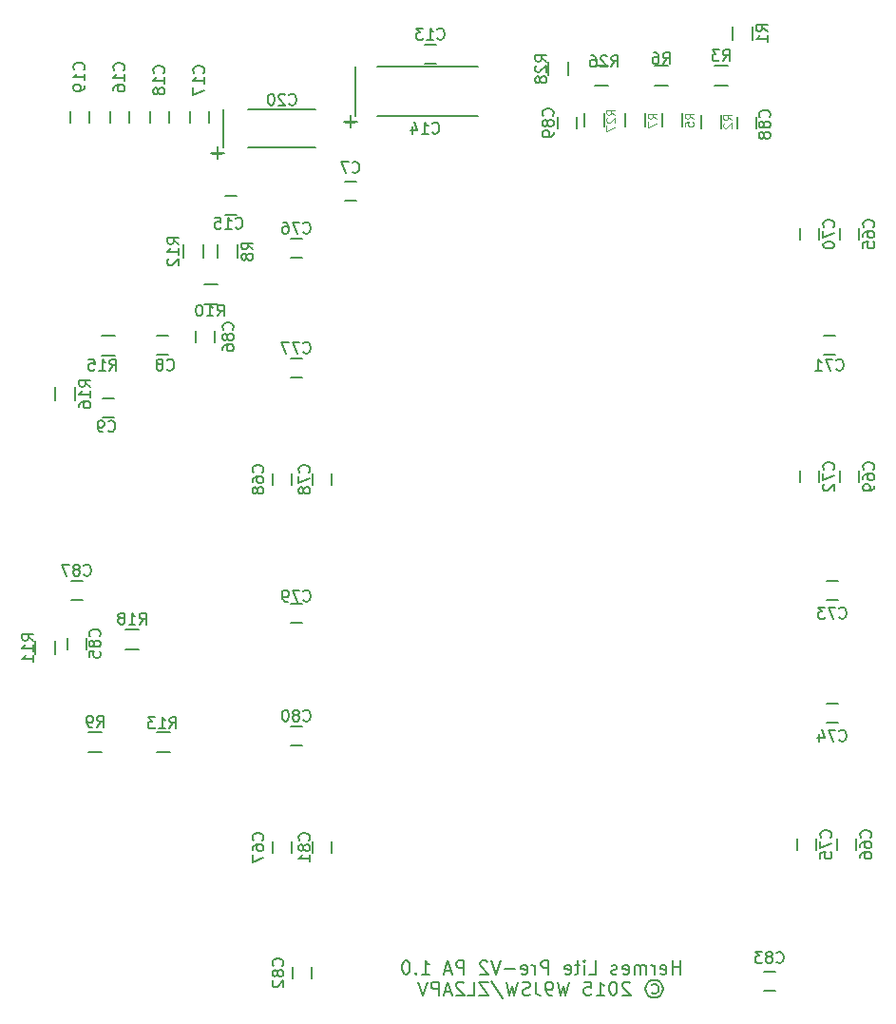
<source format=gbo>
%FSLAX46Y46*%
G04 Gerber Fmt 4.6, Leading zero omitted, Abs format (unit mm)*
G04 Created by KiCad (PCBNEW (2014-10-27 BZR 5228)-product) date 07/09/2015 07:41:15*
%MOMM*%
G01*
G04 APERTURE LIST*
%ADD10C,0.100000*%
%ADD11C,0.200000*%
%ADD12C,0.150000*%
G04 APERTURE END LIST*
D10*
D11*
X175664857Y-127872857D02*
X175664857Y-126672857D01*
X175664857Y-127244286D02*
X174979142Y-127244286D01*
X174979142Y-127872857D02*
X174979142Y-126672857D01*
X173950571Y-127815714D02*
X174064857Y-127872857D01*
X174293428Y-127872857D01*
X174407714Y-127815714D01*
X174464857Y-127701429D01*
X174464857Y-127244286D01*
X174407714Y-127130000D01*
X174293428Y-127072857D01*
X174064857Y-127072857D01*
X173950571Y-127130000D01*
X173893428Y-127244286D01*
X173893428Y-127358571D01*
X174464857Y-127472857D01*
X173379143Y-127872857D02*
X173379143Y-127072857D01*
X173379143Y-127301429D02*
X173322000Y-127187143D01*
X173264857Y-127130000D01*
X173150571Y-127072857D01*
X173036286Y-127072857D01*
X172636286Y-127872857D02*
X172636286Y-127072857D01*
X172636286Y-127187143D02*
X172579143Y-127130000D01*
X172464857Y-127072857D01*
X172293429Y-127072857D01*
X172179143Y-127130000D01*
X172122000Y-127244286D01*
X172122000Y-127872857D01*
X172122000Y-127244286D02*
X172064857Y-127130000D01*
X171950571Y-127072857D01*
X171779143Y-127072857D01*
X171664857Y-127130000D01*
X171607714Y-127244286D01*
X171607714Y-127872857D01*
X170579143Y-127815714D02*
X170693429Y-127872857D01*
X170922000Y-127872857D01*
X171036286Y-127815714D01*
X171093429Y-127701429D01*
X171093429Y-127244286D01*
X171036286Y-127130000D01*
X170922000Y-127072857D01*
X170693429Y-127072857D01*
X170579143Y-127130000D01*
X170522000Y-127244286D01*
X170522000Y-127358571D01*
X171093429Y-127472857D01*
X170064858Y-127815714D02*
X169950572Y-127872857D01*
X169722000Y-127872857D01*
X169607715Y-127815714D01*
X169550572Y-127701429D01*
X169550572Y-127644286D01*
X169607715Y-127530000D01*
X169722000Y-127472857D01*
X169893429Y-127472857D01*
X170007715Y-127415714D01*
X170064858Y-127301429D01*
X170064858Y-127244286D01*
X170007715Y-127130000D01*
X169893429Y-127072857D01*
X169722000Y-127072857D01*
X169607715Y-127130000D01*
X167550571Y-127872857D02*
X168122000Y-127872857D01*
X168122000Y-126672857D01*
X167150571Y-127872857D02*
X167150571Y-127072857D01*
X167150571Y-126672857D02*
X167207714Y-126730000D01*
X167150571Y-126787143D01*
X167093428Y-126730000D01*
X167150571Y-126672857D01*
X167150571Y-126787143D01*
X166750570Y-127072857D02*
X166293427Y-127072857D01*
X166579142Y-126672857D02*
X166579142Y-127701429D01*
X166521999Y-127815714D01*
X166407713Y-127872857D01*
X166293427Y-127872857D01*
X165436285Y-127815714D02*
X165550571Y-127872857D01*
X165779142Y-127872857D01*
X165893428Y-127815714D01*
X165950571Y-127701429D01*
X165950571Y-127244286D01*
X165893428Y-127130000D01*
X165779142Y-127072857D01*
X165550571Y-127072857D01*
X165436285Y-127130000D01*
X165379142Y-127244286D01*
X165379142Y-127358571D01*
X165950571Y-127472857D01*
X163950571Y-127872857D02*
X163950571Y-126672857D01*
X163493428Y-126672857D01*
X163379142Y-126730000D01*
X163321999Y-126787143D01*
X163264856Y-126901429D01*
X163264856Y-127072857D01*
X163321999Y-127187143D01*
X163379142Y-127244286D01*
X163493428Y-127301429D01*
X163950571Y-127301429D01*
X162750571Y-127872857D02*
X162750571Y-127072857D01*
X162750571Y-127301429D02*
X162693428Y-127187143D01*
X162636285Y-127130000D01*
X162521999Y-127072857D01*
X162407714Y-127072857D01*
X161550571Y-127815714D02*
X161664857Y-127872857D01*
X161893428Y-127872857D01*
X162007714Y-127815714D01*
X162064857Y-127701429D01*
X162064857Y-127244286D01*
X162007714Y-127130000D01*
X161893428Y-127072857D01*
X161664857Y-127072857D01*
X161550571Y-127130000D01*
X161493428Y-127244286D01*
X161493428Y-127358571D01*
X162064857Y-127472857D01*
X160979143Y-127415714D02*
X160064857Y-127415714D01*
X159664857Y-126672857D02*
X159264857Y-127872857D01*
X158864857Y-126672857D01*
X158522001Y-126787143D02*
X158464858Y-126730000D01*
X158350572Y-126672857D01*
X158064858Y-126672857D01*
X157950572Y-126730000D01*
X157893429Y-126787143D01*
X157836286Y-126901429D01*
X157836286Y-127015714D01*
X157893429Y-127187143D01*
X158579143Y-127872857D01*
X157836286Y-127872857D01*
X156407715Y-127872857D02*
X156407715Y-126672857D01*
X155950572Y-126672857D01*
X155836286Y-126730000D01*
X155779143Y-126787143D01*
X155722000Y-126901429D01*
X155722000Y-127072857D01*
X155779143Y-127187143D01*
X155836286Y-127244286D01*
X155950572Y-127301429D01*
X156407715Y-127301429D01*
X155264858Y-127530000D02*
X154693429Y-127530000D01*
X155379143Y-127872857D02*
X154979143Y-126672857D01*
X154579143Y-127872857D01*
X152636286Y-127872857D02*
X153322001Y-127872857D01*
X152979143Y-127872857D02*
X152979143Y-126672857D01*
X153093429Y-126844286D01*
X153207715Y-126958571D01*
X153322001Y-127015714D01*
X152122001Y-127758571D02*
X152064858Y-127815714D01*
X152122001Y-127872857D01*
X152179144Y-127815714D01*
X152122001Y-127758571D01*
X152122001Y-127872857D01*
X151322000Y-126672857D02*
X151207715Y-126672857D01*
X151093429Y-126730000D01*
X151036286Y-126787143D01*
X150979143Y-126901429D01*
X150922000Y-127130000D01*
X150922000Y-127415714D01*
X150979143Y-127644286D01*
X151036286Y-127758571D01*
X151093429Y-127815714D01*
X151207715Y-127872857D01*
X151322000Y-127872857D01*
X151436286Y-127815714D01*
X151493429Y-127758571D01*
X151550572Y-127644286D01*
X151607715Y-127415714D01*
X151607715Y-127130000D01*
X151550572Y-126901429D01*
X151493429Y-126787143D01*
X151436286Y-126730000D01*
X151322000Y-126672857D01*
X173150571Y-128838571D02*
X173264857Y-128781429D01*
X173493428Y-128781429D01*
X173607714Y-128838571D01*
X173722000Y-128952857D01*
X173779143Y-129067143D01*
X173779143Y-129295714D01*
X173722000Y-129410000D01*
X173607714Y-129524286D01*
X173493428Y-129581429D01*
X173264857Y-129581429D01*
X173150571Y-129524286D01*
X173379143Y-128381429D02*
X173664857Y-128438571D01*
X173950571Y-128610000D01*
X174122000Y-128895714D01*
X174179143Y-129181429D01*
X174122000Y-129467143D01*
X173950571Y-129752857D01*
X173664857Y-129924286D01*
X173379143Y-129981429D01*
X173093428Y-129924286D01*
X172807714Y-129752857D01*
X172636285Y-129467143D01*
X172579143Y-129181429D01*
X172636285Y-128895714D01*
X172807714Y-128610000D01*
X173093428Y-128438571D01*
X173379143Y-128381429D01*
X171207714Y-128667143D02*
X171150571Y-128610000D01*
X171036285Y-128552857D01*
X170750571Y-128552857D01*
X170636285Y-128610000D01*
X170579142Y-128667143D01*
X170521999Y-128781429D01*
X170521999Y-128895714D01*
X170579142Y-129067143D01*
X171264856Y-129752857D01*
X170521999Y-129752857D01*
X169779142Y-128552857D02*
X169664857Y-128552857D01*
X169550571Y-128610000D01*
X169493428Y-128667143D01*
X169436285Y-128781429D01*
X169379142Y-129010000D01*
X169379142Y-129295714D01*
X169436285Y-129524286D01*
X169493428Y-129638571D01*
X169550571Y-129695714D01*
X169664857Y-129752857D01*
X169779142Y-129752857D01*
X169893428Y-129695714D01*
X169950571Y-129638571D01*
X170007714Y-129524286D01*
X170064857Y-129295714D01*
X170064857Y-129010000D01*
X170007714Y-128781429D01*
X169950571Y-128667143D01*
X169893428Y-128610000D01*
X169779142Y-128552857D01*
X168236285Y-129752857D02*
X168922000Y-129752857D01*
X168579142Y-129752857D02*
X168579142Y-128552857D01*
X168693428Y-128724286D01*
X168807714Y-128838571D01*
X168922000Y-128895714D01*
X167150571Y-128552857D02*
X167722000Y-128552857D01*
X167779143Y-129124286D01*
X167722000Y-129067143D01*
X167607714Y-129010000D01*
X167322000Y-129010000D01*
X167207714Y-129067143D01*
X167150571Y-129124286D01*
X167093428Y-129238571D01*
X167093428Y-129524286D01*
X167150571Y-129638571D01*
X167207714Y-129695714D01*
X167322000Y-129752857D01*
X167607714Y-129752857D01*
X167722000Y-129695714D01*
X167779143Y-129638571D01*
X165779142Y-128552857D02*
X165493428Y-129752857D01*
X165264857Y-128895714D01*
X165036285Y-129752857D01*
X164750571Y-128552857D01*
X164236285Y-129752857D02*
X164007713Y-129752857D01*
X163893428Y-129695714D01*
X163836285Y-129638571D01*
X163721999Y-129467143D01*
X163664856Y-129238571D01*
X163664856Y-128781429D01*
X163721999Y-128667143D01*
X163779142Y-128610000D01*
X163893428Y-128552857D01*
X164121999Y-128552857D01*
X164236285Y-128610000D01*
X164293428Y-128667143D01*
X164350571Y-128781429D01*
X164350571Y-129067143D01*
X164293428Y-129181429D01*
X164236285Y-129238571D01*
X164121999Y-129295714D01*
X163893428Y-129295714D01*
X163779142Y-129238571D01*
X163721999Y-129181429D01*
X163664856Y-129067143D01*
X162807714Y-128552857D02*
X162807714Y-129410000D01*
X162864856Y-129581429D01*
X162979142Y-129695714D01*
X163150571Y-129752857D01*
X163264856Y-129752857D01*
X162293428Y-129695714D02*
X162121999Y-129752857D01*
X161836285Y-129752857D01*
X161721999Y-129695714D01*
X161664856Y-129638571D01*
X161607713Y-129524286D01*
X161607713Y-129410000D01*
X161664856Y-129295714D01*
X161721999Y-129238571D01*
X161836285Y-129181429D01*
X162064856Y-129124286D01*
X162179142Y-129067143D01*
X162236285Y-129010000D01*
X162293428Y-128895714D01*
X162293428Y-128781429D01*
X162236285Y-128667143D01*
X162179142Y-128610000D01*
X162064856Y-128552857D01*
X161779142Y-128552857D01*
X161607713Y-128610000D01*
X161207713Y-128552857D02*
X160921999Y-129752857D01*
X160693428Y-128895714D01*
X160464856Y-129752857D01*
X160179142Y-128552857D01*
X158864856Y-128495714D02*
X159893427Y-130038571D01*
X158579141Y-128552857D02*
X157779141Y-128552857D01*
X158579141Y-129752857D01*
X157779141Y-129752857D01*
X156750570Y-129752857D02*
X157321999Y-129752857D01*
X157321999Y-128552857D01*
X156407713Y-128667143D02*
X156350570Y-128610000D01*
X156236284Y-128552857D01*
X155950570Y-128552857D01*
X155836284Y-128610000D01*
X155779141Y-128667143D01*
X155721998Y-128781429D01*
X155721998Y-128895714D01*
X155779141Y-129067143D01*
X156464855Y-129752857D01*
X155721998Y-129752857D01*
X155264856Y-129410000D02*
X154693427Y-129410000D01*
X155379141Y-129752857D02*
X154979141Y-128552857D01*
X154579141Y-129752857D01*
X154179142Y-129752857D02*
X154179142Y-128552857D01*
X153721999Y-128552857D01*
X153607713Y-128610000D01*
X153550570Y-128667143D01*
X153493427Y-128781429D01*
X153493427Y-128952857D01*
X153550570Y-129067143D01*
X153607713Y-129124286D01*
X153721999Y-129181429D01*
X154179142Y-129181429D01*
X153150570Y-128552857D02*
X152750570Y-129752857D01*
X152350570Y-128552857D01*
D12*
X130040000Y-72732000D02*
X129040000Y-72732000D01*
X129040000Y-71032000D02*
X130040000Y-71032000D01*
X124214000Y-76620000D02*
X125214000Y-76620000D01*
X125214000Y-78320000D02*
X124214000Y-78320000D01*
X153916000Y-46824000D02*
X152916000Y-46824000D01*
X152916000Y-45124000D02*
X153916000Y-45124000D01*
X136136000Y-60286000D02*
X135136000Y-60286000D01*
X135136000Y-58586000D02*
X136136000Y-58586000D01*
X124880000Y-52062000D02*
X124880000Y-51062000D01*
X126580000Y-51062000D02*
X126580000Y-52062000D01*
X131992000Y-52062000D02*
X131992000Y-51062000D01*
X133692000Y-51062000D02*
X133692000Y-52062000D01*
X121324000Y-52062000D02*
X121324000Y-51062000D01*
X123024000Y-51062000D02*
X123024000Y-52062000D01*
X174131000Y-51216000D02*
X174131000Y-52416000D01*
X175881000Y-52416000D02*
X175881000Y-51216000D01*
X174590000Y-47004000D02*
X173390000Y-47004000D01*
X173390000Y-48754000D02*
X174590000Y-48754000D01*
X170829000Y-51216000D02*
X170829000Y-52416000D01*
X172579000Y-52416000D02*
X172579000Y-51216000D01*
X136257000Y-64100000D02*
X136257000Y-62900000D01*
X134507000Y-62900000D02*
X134507000Y-64100000D01*
X134458000Y-66435000D02*
X133258000Y-66435000D01*
X133258000Y-68185000D02*
X134458000Y-68185000D01*
X133209000Y-64100000D02*
X133209000Y-62900000D01*
X131459000Y-62900000D02*
X131459000Y-64100000D01*
X180354000Y-43469000D02*
X180354000Y-44669000D01*
X182104000Y-44669000D02*
X182104000Y-43469000D01*
X177560000Y-51343000D02*
X177560000Y-52543000D01*
X179310000Y-52543000D02*
X179310000Y-51343000D01*
X179924000Y-47004000D02*
X178724000Y-47004000D01*
X178724000Y-48754000D02*
X179924000Y-48754000D01*
X125314000Y-71007000D02*
X124114000Y-71007000D01*
X124114000Y-72757000D02*
X125314000Y-72757000D01*
X121779000Y-76800000D02*
X121779000Y-75600000D01*
X120029000Y-75600000D02*
X120029000Y-76800000D01*
X128436000Y-52062000D02*
X128436000Y-51062000D01*
X130136000Y-51062000D02*
X130136000Y-52062000D01*
X146758660Y-51475640D02*
X146758660Y-47076360D01*
X148661120Y-47076360D02*
X157662880Y-47076360D01*
X157662880Y-51475640D02*
X148661120Y-51475640D01*
X146304000Y-52478940D02*
X146304000Y-51379120D01*
X145704560Y-51978560D02*
X146903440Y-51978560D01*
X134957820Y-54277260D02*
X134957820Y-50878740D01*
X143207740Y-50878740D02*
X137208260Y-50878740D01*
X143207740Y-54277260D02*
X137208260Y-54277260D01*
X134454900Y-55280560D02*
X134454900Y-54180740D01*
X133855460Y-54780180D02*
X135054340Y-54780180D01*
X145804000Y-57316000D02*
X146804000Y-57316000D01*
X146804000Y-59016000D02*
X145804000Y-59016000D01*
X191604000Y-61476000D02*
X191604000Y-62476000D01*
X189904000Y-62476000D02*
X189904000Y-61476000D01*
X191350000Y-115832000D02*
X191350000Y-116832000D01*
X189650000Y-116832000D02*
X189650000Y-115832000D01*
X139358000Y-117086000D02*
X139358000Y-116086000D01*
X141058000Y-116086000D02*
X141058000Y-117086000D01*
X139358000Y-84320000D02*
X139358000Y-83320000D01*
X141058000Y-83320000D02*
X141058000Y-84320000D01*
X191604000Y-83066000D02*
X191604000Y-84066000D01*
X189904000Y-84066000D02*
X189904000Y-83066000D01*
X188048000Y-61476000D02*
X188048000Y-62476000D01*
X186348000Y-62476000D02*
X186348000Y-61476000D01*
X188476000Y-71032000D02*
X189476000Y-71032000D01*
X189476000Y-72732000D02*
X188476000Y-72732000D01*
X188048000Y-83066000D02*
X188048000Y-84066000D01*
X186348000Y-84066000D02*
X186348000Y-83066000D01*
X188730000Y-92876000D02*
X189730000Y-92876000D01*
X189730000Y-94576000D02*
X188730000Y-94576000D01*
X188730000Y-103798000D02*
X189730000Y-103798000D01*
X189730000Y-105498000D02*
X188730000Y-105498000D01*
X187794000Y-115832000D02*
X187794000Y-116832000D01*
X186094000Y-116832000D02*
X186094000Y-115832000D01*
X141978000Y-64096000D02*
X140978000Y-64096000D01*
X140978000Y-62396000D02*
X141978000Y-62396000D01*
X141978000Y-74764000D02*
X140978000Y-74764000D01*
X140978000Y-73064000D02*
X141978000Y-73064000D01*
X142914000Y-84320000D02*
X142914000Y-83320000D01*
X144614000Y-83320000D02*
X144614000Y-84320000D01*
X141978000Y-96608000D02*
X140978000Y-96608000D01*
X140978000Y-94908000D02*
X141978000Y-94908000D01*
X141978000Y-107530000D02*
X140978000Y-107530000D01*
X140978000Y-105830000D02*
X141978000Y-105830000D01*
X142914000Y-117086000D02*
X142914000Y-116086000D01*
X144614000Y-116086000D02*
X144614000Y-117086000D01*
X141136000Y-128262000D02*
X141136000Y-127262000D01*
X142836000Y-127262000D02*
X142836000Y-128262000D01*
X169256000Y-47004000D02*
X168056000Y-47004000D01*
X168056000Y-48754000D02*
X169256000Y-48754000D01*
X167146000Y-51216000D02*
X167146000Y-52416000D01*
X168896000Y-52416000D02*
X168896000Y-51216000D01*
X163971000Y-46644000D02*
X163971000Y-47844000D01*
X165721000Y-47844000D02*
X165721000Y-46644000D01*
X183142000Y-127674000D02*
X184142000Y-127674000D01*
X184142000Y-129374000D02*
X183142000Y-129374000D01*
X122770000Y-97925000D02*
X122770000Y-98925000D01*
X121070000Y-98925000D02*
X121070000Y-97925000D01*
X134200000Y-70620000D02*
X134200000Y-71620000D01*
X132500000Y-71620000D02*
X132500000Y-70620000D01*
X122420000Y-94576000D02*
X121420000Y-94576000D01*
X121420000Y-92876000D02*
X122420000Y-92876000D01*
X122971000Y-108063000D02*
X124171000Y-108063000D01*
X124171000Y-106313000D02*
X122971000Y-106313000D01*
X120001000Y-99406000D02*
X120001000Y-98206000D01*
X118251000Y-98206000D02*
X118251000Y-99406000D01*
X127473000Y-97169000D02*
X126273000Y-97169000D01*
X126273000Y-98919000D02*
X127473000Y-98919000D01*
X130267000Y-106313000D02*
X129067000Y-106313000D01*
X129067000Y-108063000D02*
X130267000Y-108063000D01*
X180760000Y-52570000D02*
X180760000Y-51570000D01*
X182460000Y-51570000D02*
X182460000Y-52570000D01*
X164758000Y-52570000D02*
X164758000Y-51570000D01*
X166458000Y-51570000D02*
X166458000Y-52570000D01*
X129960666Y-74017143D02*
X130008285Y-74064762D01*
X130151142Y-74112381D01*
X130246380Y-74112381D01*
X130389238Y-74064762D01*
X130484476Y-73969524D01*
X130532095Y-73874286D01*
X130579714Y-73683810D01*
X130579714Y-73540952D01*
X130532095Y-73350476D01*
X130484476Y-73255238D01*
X130389238Y-73160000D01*
X130246380Y-73112381D01*
X130151142Y-73112381D01*
X130008285Y-73160000D01*
X129960666Y-73207619D01*
X129389238Y-73540952D02*
X129484476Y-73493333D01*
X129532095Y-73445714D01*
X129579714Y-73350476D01*
X129579714Y-73302857D01*
X129532095Y-73207619D01*
X129484476Y-73160000D01*
X129389238Y-73112381D01*
X129198761Y-73112381D01*
X129103523Y-73160000D01*
X129055904Y-73207619D01*
X129008285Y-73302857D01*
X129008285Y-73350476D01*
X129055904Y-73445714D01*
X129103523Y-73493333D01*
X129198761Y-73540952D01*
X129389238Y-73540952D01*
X129484476Y-73588571D01*
X129532095Y-73636190D01*
X129579714Y-73731429D01*
X129579714Y-73921905D01*
X129532095Y-74017143D01*
X129484476Y-74064762D01*
X129389238Y-74112381D01*
X129198761Y-74112381D01*
X129103523Y-74064762D01*
X129055904Y-74017143D01*
X129008285Y-73921905D01*
X129008285Y-73731429D01*
X129055904Y-73636190D01*
X129103523Y-73588571D01*
X129198761Y-73540952D01*
X124730666Y-79477143D02*
X124778285Y-79524762D01*
X124921142Y-79572381D01*
X125016380Y-79572381D01*
X125159238Y-79524762D01*
X125254476Y-79429524D01*
X125302095Y-79334286D01*
X125349714Y-79143810D01*
X125349714Y-79000952D01*
X125302095Y-78810476D01*
X125254476Y-78715238D01*
X125159238Y-78620000D01*
X125016380Y-78572381D01*
X124921142Y-78572381D01*
X124778285Y-78620000D01*
X124730666Y-78667619D01*
X124254476Y-79572381D02*
X124064000Y-79572381D01*
X123968761Y-79524762D01*
X123921142Y-79477143D01*
X123825904Y-79334286D01*
X123778285Y-79143810D01*
X123778285Y-78762857D01*
X123825904Y-78667619D01*
X123873523Y-78620000D01*
X123968761Y-78572381D01*
X124159238Y-78572381D01*
X124254476Y-78620000D01*
X124302095Y-78667619D01*
X124349714Y-78762857D01*
X124349714Y-79000952D01*
X124302095Y-79096190D01*
X124254476Y-79143810D01*
X124159238Y-79191429D01*
X123968761Y-79191429D01*
X123873523Y-79143810D01*
X123825904Y-79096190D01*
X123778285Y-79000952D01*
X154058857Y-44553143D02*
X154106476Y-44600762D01*
X154249333Y-44648381D01*
X154344571Y-44648381D01*
X154487429Y-44600762D01*
X154582667Y-44505524D01*
X154630286Y-44410286D01*
X154677905Y-44219810D01*
X154677905Y-44076952D01*
X154630286Y-43886476D01*
X154582667Y-43791238D01*
X154487429Y-43696000D01*
X154344571Y-43648381D01*
X154249333Y-43648381D01*
X154106476Y-43696000D01*
X154058857Y-43743619D01*
X153106476Y-44648381D02*
X153677905Y-44648381D01*
X153392191Y-44648381D02*
X153392191Y-43648381D01*
X153487429Y-43791238D01*
X153582667Y-43886476D01*
X153677905Y-43934095D01*
X152773143Y-43648381D02*
X152154095Y-43648381D01*
X152487429Y-44029333D01*
X152344571Y-44029333D01*
X152249333Y-44076952D01*
X152201714Y-44124571D01*
X152154095Y-44219810D01*
X152154095Y-44457905D01*
X152201714Y-44553143D01*
X152249333Y-44600762D01*
X152344571Y-44648381D01*
X152630286Y-44648381D01*
X152725524Y-44600762D01*
X152773143Y-44553143D01*
X136078857Y-61393143D02*
X136126476Y-61440762D01*
X136269333Y-61488381D01*
X136364571Y-61488381D01*
X136507429Y-61440762D01*
X136602667Y-61345524D01*
X136650286Y-61250286D01*
X136697905Y-61059810D01*
X136697905Y-60916952D01*
X136650286Y-60726476D01*
X136602667Y-60631238D01*
X136507429Y-60536000D01*
X136364571Y-60488381D01*
X136269333Y-60488381D01*
X136126476Y-60536000D01*
X136078857Y-60583619D01*
X135126476Y-61488381D02*
X135697905Y-61488381D01*
X135412191Y-61488381D02*
X135412191Y-60488381D01*
X135507429Y-60631238D01*
X135602667Y-60726476D01*
X135697905Y-60774095D01*
X134221714Y-60488381D02*
X134697905Y-60488381D01*
X134745524Y-60964571D01*
X134697905Y-60916952D01*
X134602667Y-60869333D01*
X134364571Y-60869333D01*
X134269333Y-60916952D01*
X134221714Y-60964571D01*
X134174095Y-61059810D01*
X134174095Y-61297905D01*
X134221714Y-61393143D01*
X134269333Y-61440762D01*
X134364571Y-61488381D01*
X134602667Y-61488381D01*
X134697905Y-61440762D01*
X134745524Y-61393143D01*
X126087143Y-47363143D02*
X126134762Y-47315524D01*
X126182381Y-47172667D01*
X126182381Y-47077429D01*
X126134762Y-46934571D01*
X126039524Y-46839333D01*
X125944286Y-46791714D01*
X125753810Y-46744095D01*
X125610952Y-46744095D01*
X125420476Y-46791714D01*
X125325238Y-46839333D01*
X125230000Y-46934571D01*
X125182381Y-47077429D01*
X125182381Y-47172667D01*
X125230000Y-47315524D01*
X125277619Y-47363143D01*
X126182381Y-48315524D02*
X126182381Y-47744095D01*
X126182381Y-48029809D02*
X125182381Y-48029809D01*
X125325238Y-47934571D01*
X125420476Y-47839333D01*
X125468095Y-47744095D01*
X125182381Y-49172667D02*
X125182381Y-48982190D01*
X125230000Y-48886952D01*
X125277619Y-48839333D01*
X125420476Y-48744095D01*
X125610952Y-48696476D01*
X125991905Y-48696476D01*
X126087143Y-48744095D01*
X126134762Y-48791714D01*
X126182381Y-48886952D01*
X126182381Y-49077429D01*
X126134762Y-49172667D01*
X126087143Y-49220286D01*
X125991905Y-49267905D01*
X125753810Y-49267905D01*
X125658571Y-49220286D01*
X125610952Y-49172667D01*
X125563333Y-49077429D01*
X125563333Y-48886952D01*
X125610952Y-48791714D01*
X125658571Y-48744095D01*
X125753810Y-48696476D01*
X133199143Y-47617143D02*
X133246762Y-47569524D01*
X133294381Y-47426667D01*
X133294381Y-47331429D01*
X133246762Y-47188571D01*
X133151524Y-47093333D01*
X133056286Y-47045714D01*
X132865810Y-46998095D01*
X132722952Y-46998095D01*
X132532476Y-47045714D01*
X132437238Y-47093333D01*
X132342000Y-47188571D01*
X132294381Y-47331429D01*
X132294381Y-47426667D01*
X132342000Y-47569524D01*
X132389619Y-47617143D01*
X133294381Y-48569524D02*
X133294381Y-47998095D01*
X133294381Y-48283809D02*
X132294381Y-48283809D01*
X132437238Y-48188571D01*
X132532476Y-48093333D01*
X132580095Y-47998095D01*
X132294381Y-48902857D02*
X132294381Y-49569524D01*
X133294381Y-49140952D01*
X122531143Y-47319143D02*
X122578762Y-47271524D01*
X122626381Y-47128667D01*
X122626381Y-47033429D01*
X122578762Y-46890571D01*
X122483524Y-46795333D01*
X122388286Y-46747714D01*
X122197810Y-46700095D01*
X122054952Y-46700095D01*
X121864476Y-46747714D01*
X121769238Y-46795333D01*
X121674000Y-46890571D01*
X121626381Y-47033429D01*
X121626381Y-47128667D01*
X121674000Y-47271524D01*
X121721619Y-47319143D01*
X122626381Y-48271524D02*
X122626381Y-47700095D01*
X122626381Y-47985809D02*
X121626381Y-47985809D01*
X121769238Y-47890571D01*
X121864476Y-47795333D01*
X121912095Y-47700095D01*
X122626381Y-48747714D02*
X122626381Y-48938190D01*
X122578762Y-49033429D01*
X122531143Y-49081048D01*
X122388286Y-49176286D01*
X122197810Y-49223905D01*
X121816857Y-49223905D01*
X121721619Y-49176286D01*
X121674000Y-49128667D01*
X121626381Y-49033429D01*
X121626381Y-48842952D01*
X121674000Y-48747714D01*
X121721619Y-48700095D01*
X121816857Y-48652476D01*
X122054952Y-48652476D01*
X122150190Y-48700095D01*
X122197810Y-48747714D01*
X122245429Y-48842952D01*
X122245429Y-49033429D01*
X122197810Y-49128667D01*
X122150190Y-49176286D01*
X122054952Y-49223905D01*
D10*
X176869286Y-51691000D02*
X176512143Y-51441000D01*
X176869286Y-51262428D02*
X176119286Y-51262428D01*
X176119286Y-51548143D01*
X176155000Y-51619571D01*
X176190714Y-51655286D01*
X176262143Y-51691000D01*
X176369286Y-51691000D01*
X176440714Y-51655286D01*
X176476429Y-51619571D01*
X176512143Y-51548143D01*
X176512143Y-51262428D01*
X176119286Y-52369571D02*
X176119286Y-52012428D01*
X176476429Y-51976714D01*
X176440714Y-52012428D01*
X176405000Y-52083857D01*
X176405000Y-52262428D01*
X176440714Y-52333857D01*
X176476429Y-52369571D01*
X176547857Y-52405286D01*
X176726429Y-52405286D01*
X176797857Y-52369571D01*
X176833571Y-52333857D01*
X176869286Y-52262428D01*
X176869286Y-52083857D01*
X176833571Y-52012428D01*
X176797857Y-51976714D01*
D12*
X174156666Y-46807381D02*
X174490000Y-46331190D01*
X174728095Y-46807381D02*
X174728095Y-45807381D01*
X174347142Y-45807381D01*
X174251904Y-45855000D01*
X174204285Y-45902619D01*
X174156666Y-45997857D01*
X174156666Y-46140714D01*
X174204285Y-46235952D01*
X174251904Y-46283571D01*
X174347142Y-46331190D01*
X174728095Y-46331190D01*
X173299523Y-45807381D02*
X173490000Y-45807381D01*
X173585238Y-45855000D01*
X173632857Y-45902619D01*
X173728095Y-46045476D01*
X173775714Y-46235952D01*
X173775714Y-46616905D01*
X173728095Y-46712143D01*
X173680476Y-46759762D01*
X173585238Y-46807381D01*
X173394761Y-46807381D01*
X173299523Y-46759762D01*
X173251904Y-46712143D01*
X173204285Y-46616905D01*
X173204285Y-46378810D01*
X173251904Y-46283571D01*
X173299523Y-46235952D01*
X173394761Y-46188333D01*
X173585238Y-46188333D01*
X173680476Y-46235952D01*
X173728095Y-46283571D01*
X173775714Y-46378810D01*
D10*
X173567286Y-51691000D02*
X173210143Y-51441000D01*
X173567286Y-51262428D02*
X172817286Y-51262428D01*
X172817286Y-51548143D01*
X172853000Y-51619571D01*
X172888714Y-51655286D01*
X172960143Y-51691000D01*
X173067286Y-51691000D01*
X173138714Y-51655286D01*
X173174429Y-51619571D01*
X173210143Y-51548143D01*
X173210143Y-51262428D01*
X172817286Y-51941000D02*
X172817286Y-52441000D01*
X173567286Y-52119571D01*
D12*
X137612381Y-63333334D02*
X137136190Y-63000000D01*
X137612381Y-62761905D02*
X136612381Y-62761905D01*
X136612381Y-63142858D01*
X136660000Y-63238096D01*
X136707619Y-63285715D01*
X136802857Y-63333334D01*
X136945714Y-63333334D01*
X137040952Y-63285715D01*
X137088571Y-63238096D01*
X137136190Y-63142858D01*
X137136190Y-62761905D01*
X137040952Y-63904762D02*
X136993333Y-63809524D01*
X136945714Y-63761905D01*
X136850476Y-63714286D01*
X136802857Y-63714286D01*
X136707619Y-63761905D01*
X136660000Y-63809524D01*
X136612381Y-63904762D01*
X136612381Y-64095239D01*
X136660000Y-64190477D01*
X136707619Y-64238096D01*
X136802857Y-64285715D01*
X136850476Y-64285715D01*
X136945714Y-64238096D01*
X136993333Y-64190477D01*
X137040952Y-64095239D01*
X137040952Y-63904762D01*
X137088571Y-63809524D01*
X137136190Y-63761905D01*
X137231429Y-63714286D01*
X137421905Y-63714286D01*
X137517143Y-63761905D01*
X137564762Y-63809524D01*
X137612381Y-63904762D01*
X137612381Y-64095239D01*
X137564762Y-64190477D01*
X137517143Y-64238096D01*
X137421905Y-64285715D01*
X137231429Y-64285715D01*
X137136190Y-64238096D01*
X137088571Y-64190477D01*
X137040952Y-64095239D01*
X134450857Y-69262381D02*
X134784191Y-68786190D01*
X135022286Y-69262381D02*
X135022286Y-68262381D01*
X134641333Y-68262381D01*
X134546095Y-68310000D01*
X134498476Y-68357619D01*
X134450857Y-68452857D01*
X134450857Y-68595714D01*
X134498476Y-68690952D01*
X134546095Y-68738571D01*
X134641333Y-68786190D01*
X135022286Y-68786190D01*
X133498476Y-69262381D02*
X134069905Y-69262381D01*
X133784191Y-69262381D02*
X133784191Y-68262381D01*
X133879429Y-68405238D01*
X133974667Y-68500476D01*
X134069905Y-68548095D01*
X132879429Y-68262381D02*
X132784190Y-68262381D01*
X132688952Y-68310000D01*
X132641333Y-68357619D01*
X132593714Y-68452857D01*
X132546095Y-68643333D01*
X132546095Y-68881429D01*
X132593714Y-69071905D01*
X132641333Y-69167143D01*
X132688952Y-69214762D01*
X132784190Y-69262381D01*
X132879429Y-69262381D01*
X132974667Y-69214762D01*
X133022286Y-69167143D01*
X133069905Y-69071905D01*
X133117524Y-68881429D01*
X133117524Y-68643333D01*
X133069905Y-68452857D01*
X133022286Y-68357619D01*
X132974667Y-68310000D01*
X132879429Y-68262381D01*
X131008381Y-62857143D02*
X130532190Y-62523809D01*
X131008381Y-62285714D02*
X130008381Y-62285714D01*
X130008381Y-62666667D01*
X130056000Y-62761905D01*
X130103619Y-62809524D01*
X130198857Y-62857143D01*
X130341714Y-62857143D01*
X130436952Y-62809524D01*
X130484571Y-62761905D01*
X130532190Y-62666667D01*
X130532190Y-62285714D01*
X131008381Y-63809524D02*
X131008381Y-63238095D01*
X131008381Y-63523809D02*
X130008381Y-63523809D01*
X130151238Y-63428571D01*
X130246476Y-63333333D01*
X130294095Y-63238095D01*
X130103619Y-64190476D02*
X130056000Y-64238095D01*
X130008381Y-64333333D01*
X130008381Y-64571429D01*
X130056000Y-64666667D01*
X130103619Y-64714286D01*
X130198857Y-64761905D01*
X130294095Y-64761905D01*
X130436952Y-64714286D01*
X131008381Y-64142857D01*
X131008381Y-64761905D01*
X183459381Y-43902334D02*
X182983190Y-43569000D01*
X183459381Y-43330905D02*
X182459381Y-43330905D01*
X182459381Y-43711858D01*
X182507000Y-43807096D01*
X182554619Y-43854715D01*
X182649857Y-43902334D01*
X182792714Y-43902334D01*
X182887952Y-43854715D01*
X182935571Y-43807096D01*
X182983190Y-43711858D01*
X182983190Y-43330905D01*
X183459381Y-44854715D02*
X183459381Y-44283286D01*
X183459381Y-44569000D02*
X182459381Y-44569000D01*
X182602238Y-44473762D01*
X182697476Y-44378524D01*
X182745095Y-44283286D01*
D10*
X180298286Y-51818000D02*
X179941143Y-51568000D01*
X180298286Y-51389428D02*
X179548286Y-51389428D01*
X179548286Y-51675143D01*
X179584000Y-51746571D01*
X179619714Y-51782286D01*
X179691143Y-51818000D01*
X179798286Y-51818000D01*
X179869714Y-51782286D01*
X179905429Y-51746571D01*
X179941143Y-51675143D01*
X179941143Y-51389428D01*
X179619714Y-52103714D02*
X179584000Y-52139428D01*
X179548286Y-52210857D01*
X179548286Y-52389428D01*
X179584000Y-52460857D01*
X179619714Y-52496571D01*
X179691143Y-52532286D01*
X179762571Y-52532286D01*
X179869714Y-52496571D01*
X180298286Y-52068000D01*
X180298286Y-52532286D01*
D12*
X179490666Y-46553381D02*
X179824000Y-46077190D01*
X180062095Y-46553381D02*
X180062095Y-45553381D01*
X179681142Y-45553381D01*
X179585904Y-45601000D01*
X179538285Y-45648619D01*
X179490666Y-45743857D01*
X179490666Y-45886714D01*
X179538285Y-45981952D01*
X179585904Y-46029571D01*
X179681142Y-46077190D01*
X180062095Y-46077190D01*
X179157333Y-45553381D02*
X178538285Y-45553381D01*
X178871619Y-45934333D01*
X178728761Y-45934333D01*
X178633523Y-45981952D01*
X178585904Y-46029571D01*
X178538285Y-46124810D01*
X178538285Y-46362905D01*
X178585904Y-46458143D01*
X178633523Y-46505762D01*
X178728761Y-46553381D01*
X179014476Y-46553381D01*
X179109714Y-46505762D01*
X179157333Y-46458143D01*
X124848857Y-74112381D02*
X125182191Y-73636190D01*
X125420286Y-74112381D02*
X125420286Y-73112381D01*
X125039333Y-73112381D01*
X124944095Y-73160000D01*
X124896476Y-73207619D01*
X124848857Y-73302857D01*
X124848857Y-73445714D01*
X124896476Y-73540952D01*
X124944095Y-73588571D01*
X125039333Y-73636190D01*
X125420286Y-73636190D01*
X123896476Y-74112381D02*
X124467905Y-74112381D01*
X124182191Y-74112381D02*
X124182191Y-73112381D01*
X124277429Y-73255238D01*
X124372667Y-73350476D01*
X124467905Y-73398095D01*
X122991714Y-73112381D02*
X123467905Y-73112381D01*
X123515524Y-73588571D01*
X123467905Y-73540952D01*
X123372667Y-73493333D01*
X123134571Y-73493333D01*
X123039333Y-73540952D01*
X122991714Y-73588571D01*
X122944095Y-73683810D01*
X122944095Y-73921905D01*
X122991714Y-74017143D01*
X123039333Y-74064762D01*
X123134571Y-74112381D01*
X123372667Y-74112381D01*
X123467905Y-74064762D01*
X123515524Y-74017143D01*
X123134381Y-75557143D02*
X122658190Y-75223809D01*
X123134381Y-74985714D02*
X122134381Y-74985714D01*
X122134381Y-75366667D01*
X122182000Y-75461905D01*
X122229619Y-75509524D01*
X122324857Y-75557143D01*
X122467714Y-75557143D01*
X122562952Y-75509524D01*
X122610571Y-75461905D01*
X122658190Y-75366667D01*
X122658190Y-74985714D01*
X123134381Y-76509524D02*
X123134381Y-75938095D01*
X123134381Y-76223809D02*
X122134381Y-76223809D01*
X122277238Y-76128571D01*
X122372476Y-76033333D01*
X122420095Y-75938095D01*
X122134381Y-77366667D02*
X122134381Y-77176190D01*
X122182000Y-77080952D01*
X122229619Y-77033333D01*
X122372476Y-76938095D01*
X122562952Y-76890476D01*
X122943905Y-76890476D01*
X123039143Y-76938095D01*
X123086762Y-76985714D01*
X123134381Y-77080952D01*
X123134381Y-77271429D01*
X123086762Y-77366667D01*
X123039143Y-77414286D01*
X122943905Y-77461905D01*
X122705810Y-77461905D01*
X122610571Y-77414286D01*
X122562952Y-77366667D01*
X122515333Y-77271429D01*
X122515333Y-77080952D01*
X122562952Y-76985714D01*
X122610571Y-76938095D01*
X122705810Y-76890476D01*
X129643143Y-47617143D02*
X129690762Y-47569524D01*
X129738381Y-47426667D01*
X129738381Y-47331429D01*
X129690762Y-47188571D01*
X129595524Y-47093333D01*
X129500286Y-47045714D01*
X129309810Y-46998095D01*
X129166952Y-46998095D01*
X128976476Y-47045714D01*
X128881238Y-47093333D01*
X128786000Y-47188571D01*
X128738381Y-47331429D01*
X128738381Y-47426667D01*
X128786000Y-47569524D01*
X128833619Y-47617143D01*
X129738381Y-48569524D02*
X129738381Y-47998095D01*
X129738381Y-48283809D02*
X128738381Y-48283809D01*
X128881238Y-48188571D01*
X128976476Y-48093333D01*
X129024095Y-47998095D01*
X129166952Y-49140952D02*
X129119333Y-49045714D01*
X129071714Y-48998095D01*
X128976476Y-48950476D01*
X128928857Y-48950476D01*
X128833619Y-48998095D01*
X128786000Y-49045714D01*
X128738381Y-49140952D01*
X128738381Y-49331429D01*
X128786000Y-49426667D01*
X128833619Y-49474286D01*
X128928857Y-49521905D01*
X128976476Y-49521905D01*
X129071714Y-49474286D01*
X129119333Y-49426667D01*
X129166952Y-49331429D01*
X129166952Y-49140952D01*
X129214571Y-49045714D01*
X129262190Y-48998095D01*
X129357429Y-48950476D01*
X129547905Y-48950476D01*
X129643143Y-48998095D01*
X129690762Y-49045714D01*
X129738381Y-49140952D01*
X129738381Y-49331429D01*
X129690762Y-49426667D01*
X129643143Y-49474286D01*
X129547905Y-49521905D01*
X129357429Y-49521905D01*
X129262190Y-49474286D01*
X129214571Y-49426667D01*
X129166952Y-49331429D01*
X153604197Y-52932603D02*
X153651816Y-52980222D01*
X153794673Y-53027841D01*
X153889911Y-53027841D01*
X154032769Y-52980222D01*
X154128007Y-52884984D01*
X154175626Y-52789746D01*
X154223245Y-52599270D01*
X154223245Y-52456412D01*
X154175626Y-52265936D01*
X154128007Y-52170698D01*
X154032769Y-52075460D01*
X153889911Y-52027841D01*
X153794673Y-52027841D01*
X153651816Y-52075460D01*
X153604197Y-52123079D01*
X152651816Y-53027841D02*
X153223245Y-53027841D01*
X152937531Y-53027841D02*
X152937531Y-52027841D01*
X153032769Y-52170698D01*
X153128007Y-52265936D01*
X153223245Y-52313555D01*
X151794673Y-52361174D02*
X151794673Y-53027841D01*
X152032769Y-51980222D02*
X152270864Y-52694508D01*
X151651816Y-52694508D01*
X146687492Y-52047449D02*
X145925587Y-52047449D01*
X146306539Y-52428401D02*
X146306539Y-51666496D01*
X140850857Y-50395143D02*
X140898476Y-50442762D01*
X141041333Y-50490381D01*
X141136571Y-50490381D01*
X141279429Y-50442762D01*
X141374667Y-50347524D01*
X141422286Y-50252286D01*
X141469905Y-50061810D01*
X141469905Y-49918952D01*
X141422286Y-49728476D01*
X141374667Y-49633238D01*
X141279429Y-49538000D01*
X141136571Y-49490381D01*
X141041333Y-49490381D01*
X140898476Y-49538000D01*
X140850857Y-49585619D01*
X140469905Y-49585619D02*
X140422286Y-49538000D01*
X140327048Y-49490381D01*
X140088952Y-49490381D01*
X139993714Y-49538000D01*
X139946095Y-49585619D01*
X139898476Y-49680857D01*
X139898476Y-49776095D01*
X139946095Y-49918952D01*
X140517524Y-50490381D01*
X139898476Y-50490381D01*
X139279429Y-49490381D02*
X139184190Y-49490381D01*
X139088952Y-49538000D01*
X139041333Y-49585619D01*
X138993714Y-49680857D01*
X138946095Y-49871333D01*
X138946095Y-50109429D01*
X138993714Y-50299905D01*
X139041333Y-50395143D01*
X139088952Y-50442762D01*
X139184190Y-50490381D01*
X139279429Y-50490381D01*
X139374667Y-50442762D01*
X139422286Y-50395143D01*
X139469905Y-50299905D01*
X139517524Y-50109429D01*
X139517524Y-49871333D01*
X139469905Y-49680857D01*
X139422286Y-49585619D01*
X139374667Y-49538000D01*
X139279429Y-49490381D01*
X134838392Y-54849069D02*
X134076487Y-54849069D01*
X134457439Y-55230021D02*
X134457439Y-54468116D01*
X146470666Y-56423143D02*
X146518285Y-56470762D01*
X146661142Y-56518381D01*
X146756380Y-56518381D01*
X146899238Y-56470762D01*
X146994476Y-56375524D01*
X147042095Y-56280286D01*
X147089714Y-56089810D01*
X147089714Y-55946952D01*
X147042095Y-55756476D01*
X146994476Y-55661238D01*
X146899238Y-55566000D01*
X146756380Y-55518381D01*
X146661142Y-55518381D01*
X146518285Y-55566000D01*
X146470666Y-55613619D01*
X146137333Y-55518381D02*
X145470666Y-55518381D01*
X145899238Y-56518381D01*
X192889143Y-61333143D02*
X192936762Y-61285524D01*
X192984381Y-61142667D01*
X192984381Y-61047429D01*
X192936762Y-60904571D01*
X192841524Y-60809333D01*
X192746286Y-60761714D01*
X192555810Y-60714095D01*
X192412952Y-60714095D01*
X192222476Y-60761714D01*
X192127238Y-60809333D01*
X192032000Y-60904571D01*
X191984381Y-61047429D01*
X191984381Y-61142667D01*
X192032000Y-61285524D01*
X192079619Y-61333143D01*
X191984381Y-62190286D02*
X191984381Y-61999809D01*
X192032000Y-61904571D01*
X192079619Y-61856952D01*
X192222476Y-61761714D01*
X192412952Y-61714095D01*
X192793905Y-61714095D01*
X192889143Y-61761714D01*
X192936762Y-61809333D01*
X192984381Y-61904571D01*
X192984381Y-62095048D01*
X192936762Y-62190286D01*
X192889143Y-62237905D01*
X192793905Y-62285524D01*
X192555810Y-62285524D01*
X192460571Y-62237905D01*
X192412952Y-62190286D01*
X192365333Y-62095048D01*
X192365333Y-61904571D01*
X192412952Y-61809333D01*
X192460571Y-61761714D01*
X192555810Y-61714095D01*
X191984381Y-63190286D02*
X191984381Y-62714095D01*
X192460571Y-62666476D01*
X192412952Y-62714095D01*
X192365333Y-62809333D01*
X192365333Y-63047429D01*
X192412952Y-63142667D01*
X192460571Y-63190286D01*
X192555810Y-63237905D01*
X192793905Y-63237905D01*
X192889143Y-63190286D01*
X192936762Y-63142667D01*
X192984381Y-63047429D01*
X192984381Y-62809333D01*
X192936762Y-62714095D01*
X192889143Y-62666476D01*
X192635143Y-115689143D02*
X192682762Y-115641524D01*
X192730381Y-115498667D01*
X192730381Y-115403429D01*
X192682762Y-115260571D01*
X192587524Y-115165333D01*
X192492286Y-115117714D01*
X192301810Y-115070095D01*
X192158952Y-115070095D01*
X191968476Y-115117714D01*
X191873238Y-115165333D01*
X191778000Y-115260571D01*
X191730381Y-115403429D01*
X191730381Y-115498667D01*
X191778000Y-115641524D01*
X191825619Y-115689143D01*
X191730381Y-116546286D02*
X191730381Y-116355809D01*
X191778000Y-116260571D01*
X191825619Y-116212952D01*
X191968476Y-116117714D01*
X192158952Y-116070095D01*
X192539905Y-116070095D01*
X192635143Y-116117714D01*
X192682762Y-116165333D01*
X192730381Y-116260571D01*
X192730381Y-116451048D01*
X192682762Y-116546286D01*
X192635143Y-116593905D01*
X192539905Y-116641524D01*
X192301810Y-116641524D01*
X192206571Y-116593905D01*
X192158952Y-116546286D01*
X192111333Y-116451048D01*
X192111333Y-116260571D01*
X192158952Y-116165333D01*
X192206571Y-116117714D01*
X192301810Y-116070095D01*
X191730381Y-117498667D02*
X191730381Y-117308190D01*
X191778000Y-117212952D01*
X191825619Y-117165333D01*
X191968476Y-117070095D01*
X192158952Y-117022476D01*
X192539905Y-117022476D01*
X192635143Y-117070095D01*
X192682762Y-117117714D01*
X192730381Y-117212952D01*
X192730381Y-117403429D01*
X192682762Y-117498667D01*
X192635143Y-117546286D01*
X192539905Y-117593905D01*
X192301810Y-117593905D01*
X192206571Y-117546286D01*
X192158952Y-117498667D01*
X192111333Y-117403429D01*
X192111333Y-117212952D01*
X192158952Y-117117714D01*
X192206571Y-117070095D01*
X192301810Y-117022476D01*
X138465143Y-115943143D02*
X138512762Y-115895524D01*
X138560381Y-115752667D01*
X138560381Y-115657429D01*
X138512762Y-115514571D01*
X138417524Y-115419333D01*
X138322286Y-115371714D01*
X138131810Y-115324095D01*
X137988952Y-115324095D01*
X137798476Y-115371714D01*
X137703238Y-115419333D01*
X137608000Y-115514571D01*
X137560381Y-115657429D01*
X137560381Y-115752667D01*
X137608000Y-115895524D01*
X137655619Y-115943143D01*
X137560381Y-116800286D02*
X137560381Y-116609809D01*
X137608000Y-116514571D01*
X137655619Y-116466952D01*
X137798476Y-116371714D01*
X137988952Y-116324095D01*
X138369905Y-116324095D01*
X138465143Y-116371714D01*
X138512762Y-116419333D01*
X138560381Y-116514571D01*
X138560381Y-116705048D01*
X138512762Y-116800286D01*
X138465143Y-116847905D01*
X138369905Y-116895524D01*
X138131810Y-116895524D01*
X138036571Y-116847905D01*
X137988952Y-116800286D01*
X137941333Y-116705048D01*
X137941333Y-116514571D01*
X137988952Y-116419333D01*
X138036571Y-116371714D01*
X138131810Y-116324095D01*
X137560381Y-117228857D02*
X137560381Y-117895524D01*
X138560381Y-117466952D01*
X138465143Y-83177143D02*
X138512762Y-83129524D01*
X138560381Y-82986667D01*
X138560381Y-82891429D01*
X138512762Y-82748571D01*
X138417524Y-82653333D01*
X138322286Y-82605714D01*
X138131810Y-82558095D01*
X137988952Y-82558095D01*
X137798476Y-82605714D01*
X137703238Y-82653333D01*
X137608000Y-82748571D01*
X137560381Y-82891429D01*
X137560381Y-82986667D01*
X137608000Y-83129524D01*
X137655619Y-83177143D01*
X137560381Y-84034286D02*
X137560381Y-83843809D01*
X137608000Y-83748571D01*
X137655619Y-83700952D01*
X137798476Y-83605714D01*
X137988952Y-83558095D01*
X138369905Y-83558095D01*
X138465143Y-83605714D01*
X138512762Y-83653333D01*
X138560381Y-83748571D01*
X138560381Y-83939048D01*
X138512762Y-84034286D01*
X138465143Y-84081905D01*
X138369905Y-84129524D01*
X138131810Y-84129524D01*
X138036571Y-84081905D01*
X137988952Y-84034286D01*
X137941333Y-83939048D01*
X137941333Y-83748571D01*
X137988952Y-83653333D01*
X138036571Y-83605714D01*
X138131810Y-83558095D01*
X137988952Y-84700952D02*
X137941333Y-84605714D01*
X137893714Y-84558095D01*
X137798476Y-84510476D01*
X137750857Y-84510476D01*
X137655619Y-84558095D01*
X137608000Y-84605714D01*
X137560381Y-84700952D01*
X137560381Y-84891429D01*
X137608000Y-84986667D01*
X137655619Y-85034286D01*
X137750857Y-85081905D01*
X137798476Y-85081905D01*
X137893714Y-85034286D01*
X137941333Y-84986667D01*
X137988952Y-84891429D01*
X137988952Y-84700952D01*
X138036571Y-84605714D01*
X138084190Y-84558095D01*
X138179429Y-84510476D01*
X138369905Y-84510476D01*
X138465143Y-84558095D01*
X138512762Y-84605714D01*
X138560381Y-84700952D01*
X138560381Y-84891429D01*
X138512762Y-84986667D01*
X138465143Y-85034286D01*
X138369905Y-85081905D01*
X138179429Y-85081905D01*
X138084190Y-85034286D01*
X138036571Y-84986667D01*
X137988952Y-84891429D01*
X192889143Y-82923143D02*
X192936762Y-82875524D01*
X192984381Y-82732667D01*
X192984381Y-82637429D01*
X192936762Y-82494571D01*
X192841524Y-82399333D01*
X192746286Y-82351714D01*
X192555810Y-82304095D01*
X192412952Y-82304095D01*
X192222476Y-82351714D01*
X192127238Y-82399333D01*
X192032000Y-82494571D01*
X191984381Y-82637429D01*
X191984381Y-82732667D01*
X192032000Y-82875524D01*
X192079619Y-82923143D01*
X191984381Y-83780286D02*
X191984381Y-83589809D01*
X192032000Y-83494571D01*
X192079619Y-83446952D01*
X192222476Y-83351714D01*
X192412952Y-83304095D01*
X192793905Y-83304095D01*
X192889143Y-83351714D01*
X192936762Y-83399333D01*
X192984381Y-83494571D01*
X192984381Y-83685048D01*
X192936762Y-83780286D01*
X192889143Y-83827905D01*
X192793905Y-83875524D01*
X192555810Y-83875524D01*
X192460571Y-83827905D01*
X192412952Y-83780286D01*
X192365333Y-83685048D01*
X192365333Y-83494571D01*
X192412952Y-83399333D01*
X192460571Y-83351714D01*
X192555810Y-83304095D01*
X192984381Y-84351714D02*
X192984381Y-84542190D01*
X192936762Y-84637429D01*
X192889143Y-84685048D01*
X192746286Y-84780286D01*
X192555810Y-84827905D01*
X192174857Y-84827905D01*
X192079619Y-84780286D01*
X192032000Y-84732667D01*
X191984381Y-84637429D01*
X191984381Y-84446952D01*
X192032000Y-84351714D01*
X192079619Y-84304095D01*
X192174857Y-84256476D01*
X192412952Y-84256476D01*
X192508190Y-84304095D01*
X192555810Y-84351714D01*
X192603429Y-84446952D01*
X192603429Y-84637429D01*
X192555810Y-84732667D01*
X192508190Y-84780286D01*
X192412952Y-84827905D01*
X189333143Y-61333143D02*
X189380762Y-61285524D01*
X189428381Y-61142667D01*
X189428381Y-61047429D01*
X189380762Y-60904571D01*
X189285524Y-60809333D01*
X189190286Y-60761714D01*
X188999810Y-60714095D01*
X188856952Y-60714095D01*
X188666476Y-60761714D01*
X188571238Y-60809333D01*
X188476000Y-60904571D01*
X188428381Y-61047429D01*
X188428381Y-61142667D01*
X188476000Y-61285524D01*
X188523619Y-61333143D01*
X188428381Y-61666476D02*
X188428381Y-62333143D01*
X189428381Y-61904571D01*
X188428381Y-62904571D02*
X188428381Y-62999810D01*
X188476000Y-63095048D01*
X188523619Y-63142667D01*
X188618857Y-63190286D01*
X188809333Y-63237905D01*
X189047429Y-63237905D01*
X189237905Y-63190286D01*
X189333143Y-63142667D01*
X189380762Y-63095048D01*
X189428381Y-62999810D01*
X189428381Y-62904571D01*
X189380762Y-62809333D01*
X189333143Y-62761714D01*
X189237905Y-62714095D01*
X189047429Y-62666476D01*
X188809333Y-62666476D01*
X188618857Y-62714095D01*
X188523619Y-62761714D01*
X188476000Y-62809333D01*
X188428381Y-62904571D01*
X189618857Y-74017143D02*
X189666476Y-74064762D01*
X189809333Y-74112381D01*
X189904571Y-74112381D01*
X190047429Y-74064762D01*
X190142667Y-73969524D01*
X190190286Y-73874286D01*
X190237905Y-73683810D01*
X190237905Y-73540952D01*
X190190286Y-73350476D01*
X190142667Y-73255238D01*
X190047429Y-73160000D01*
X189904571Y-73112381D01*
X189809333Y-73112381D01*
X189666476Y-73160000D01*
X189618857Y-73207619D01*
X189285524Y-73112381D02*
X188618857Y-73112381D01*
X189047429Y-74112381D01*
X187714095Y-74112381D02*
X188285524Y-74112381D01*
X187999810Y-74112381D02*
X187999810Y-73112381D01*
X188095048Y-73255238D01*
X188190286Y-73350476D01*
X188285524Y-73398095D01*
X189333143Y-82923143D02*
X189380762Y-82875524D01*
X189428381Y-82732667D01*
X189428381Y-82637429D01*
X189380762Y-82494571D01*
X189285524Y-82399333D01*
X189190286Y-82351714D01*
X188999810Y-82304095D01*
X188856952Y-82304095D01*
X188666476Y-82351714D01*
X188571238Y-82399333D01*
X188476000Y-82494571D01*
X188428381Y-82637429D01*
X188428381Y-82732667D01*
X188476000Y-82875524D01*
X188523619Y-82923143D01*
X188428381Y-83256476D02*
X188428381Y-83923143D01*
X189428381Y-83494571D01*
X188523619Y-84256476D02*
X188476000Y-84304095D01*
X188428381Y-84399333D01*
X188428381Y-84637429D01*
X188476000Y-84732667D01*
X188523619Y-84780286D01*
X188618857Y-84827905D01*
X188714095Y-84827905D01*
X188856952Y-84780286D01*
X189428381Y-84208857D01*
X189428381Y-84827905D01*
X189872857Y-96115143D02*
X189920476Y-96162762D01*
X190063333Y-96210381D01*
X190158571Y-96210381D01*
X190301429Y-96162762D01*
X190396667Y-96067524D01*
X190444286Y-95972286D01*
X190491905Y-95781810D01*
X190491905Y-95638952D01*
X190444286Y-95448476D01*
X190396667Y-95353238D01*
X190301429Y-95258000D01*
X190158571Y-95210381D01*
X190063333Y-95210381D01*
X189920476Y-95258000D01*
X189872857Y-95305619D01*
X189539524Y-95210381D02*
X188872857Y-95210381D01*
X189301429Y-96210381D01*
X188587143Y-95210381D02*
X187968095Y-95210381D01*
X188301429Y-95591333D01*
X188158571Y-95591333D01*
X188063333Y-95638952D01*
X188015714Y-95686571D01*
X187968095Y-95781810D01*
X187968095Y-96019905D01*
X188015714Y-96115143D01*
X188063333Y-96162762D01*
X188158571Y-96210381D01*
X188444286Y-96210381D01*
X188539524Y-96162762D01*
X188587143Y-96115143D01*
X189872857Y-107037143D02*
X189920476Y-107084762D01*
X190063333Y-107132381D01*
X190158571Y-107132381D01*
X190301429Y-107084762D01*
X190396667Y-106989524D01*
X190444286Y-106894286D01*
X190491905Y-106703810D01*
X190491905Y-106560952D01*
X190444286Y-106370476D01*
X190396667Y-106275238D01*
X190301429Y-106180000D01*
X190158571Y-106132381D01*
X190063333Y-106132381D01*
X189920476Y-106180000D01*
X189872857Y-106227619D01*
X189539524Y-106132381D02*
X188872857Y-106132381D01*
X189301429Y-107132381D01*
X188063333Y-106465714D02*
X188063333Y-107132381D01*
X188301429Y-106084762D02*
X188539524Y-106799048D01*
X187920476Y-106799048D01*
X189079143Y-115689143D02*
X189126762Y-115641524D01*
X189174381Y-115498667D01*
X189174381Y-115403429D01*
X189126762Y-115260571D01*
X189031524Y-115165333D01*
X188936286Y-115117714D01*
X188745810Y-115070095D01*
X188602952Y-115070095D01*
X188412476Y-115117714D01*
X188317238Y-115165333D01*
X188222000Y-115260571D01*
X188174381Y-115403429D01*
X188174381Y-115498667D01*
X188222000Y-115641524D01*
X188269619Y-115689143D01*
X188174381Y-116022476D02*
X188174381Y-116689143D01*
X189174381Y-116260571D01*
X188174381Y-117546286D02*
X188174381Y-117070095D01*
X188650571Y-117022476D01*
X188602952Y-117070095D01*
X188555333Y-117165333D01*
X188555333Y-117403429D01*
X188602952Y-117498667D01*
X188650571Y-117546286D01*
X188745810Y-117593905D01*
X188983905Y-117593905D01*
X189079143Y-117546286D01*
X189126762Y-117498667D01*
X189174381Y-117403429D01*
X189174381Y-117165333D01*
X189126762Y-117070095D01*
X189079143Y-117022476D01*
X142120857Y-61825143D02*
X142168476Y-61872762D01*
X142311333Y-61920381D01*
X142406571Y-61920381D01*
X142549429Y-61872762D01*
X142644667Y-61777524D01*
X142692286Y-61682286D01*
X142739905Y-61491810D01*
X142739905Y-61348952D01*
X142692286Y-61158476D01*
X142644667Y-61063238D01*
X142549429Y-60968000D01*
X142406571Y-60920381D01*
X142311333Y-60920381D01*
X142168476Y-60968000D01*
X142120857Y-61015619D01*
X141787524Y-60920381D02*
X141120857Y-60920381D01*
X141549429Y-61920381D01*
X140311333Y-60920381D02*
X140501810Y-60920381D01*
X140597048Y-60968000D01*
X140644667Y-61015619D01*
X140739905Y-61158476D01*
X140787524Y-61348952D01*
X140787524Y-61729905D01*
X140739905Y-61825143D01*
X140692286Y-61872762D01*
X140597048Y-61920381D01*
X140406571Y-61920381D01*
X140311333Y-61872762D01*
X140263714Y-61825143D01*
X140216095Y-61729905D01*
X140216095Y-61491810D01*
X140263714Y-61396571D01*
X140311333Y-61348952D01*
X140406571Y-61301333D01*
X140597048Y-61301333D01*
X140692286Y-61348952D01*
X140739905Y-61396571D01*
X140787524Y-61491810D01*
X142120857Y-72493143D02*
X142168476Y-72540762D01*
X142311333Y-72588381D01*
X142406571Y-72588381D01*
X142549429Y-72540762D01*
X142644667Y-72445524D01*
X142692286Y-72350286D01*
X142739905Y-72159810D01*
X142739905Y-72016952D01*
X142692286Y-71826476D01*
X142644667Y-71731238D01*
X142549429Y-71636000D01*
X142406571Y-71588381D01*
X142311333Y-71588381D01*
X142168476Y-71636000D01*
X142120857Y-71683619D01*
X141787524Y-71588381D02*
X141120857Y-71588381D01*
X141549429Y-72588381D01*
X140835143Y-71588381D02*
X140168476Y-71588381D01*
X140597048Y-72588381D01*
X142597143Y-83177143D02*
X142644762Y-83129524D01*
X142692381Y-82986667D01*
X142692381Y-82891429D01*
X142644762Y-82748571D01*
X142549524Y-82653333D01*
X142454286Y-82605714D01*
X142263810Y-82558095D01*
X142120952Y-82558095D01*
X141930476Y-82605714D01*
X141835238Y-82653333D01*
X141740000Y-82748571D01*
X141692381Y-82891429D01*
X141692381Y-82986667D01*
X141740000Y-83129524D01*
X141787619Y-83177143D01*
X141692381Y-83510476D02*
X141692381Y-84177143D01*
X142692381Y-83748571D01*
X142120952Y-84700952D02*
X142073333Y-84605714D01*
X142025714Y-84558095D01*
X141930476Y-84510476D01*
X141882857Y-84510476D01*
X141787619Y-84558095D01*
X141740000Y-84605714D01*
X141692381Y-84700952D01*
X141692381Y-84891429D01*
X141740000Y-84986667D01*
X141787619Y-85034286D01*
X141882857Y-85081905D01*
X141930476Y-85081905D01*
X142025714Y-85034286D01*
X142073333Y-84986667D01*
X142120952Y-84891429D01*
X142120952Y-84700952D01*
X142168571Y-84605714D01*
X142216190Y-84558095D01*
X142311429Y-84510476D01*
X142501905Y-84510476D01*
X142597143Y-84558095D01*
X142644762Y-84605714D01*
X142692381Y-84700952D01*
X142692381Y-84891429D01*
X142644762Y-84986667D01*
X142597143Y-85034286D01*
X142501905Y-85081905D01*
X142311429Y-85081905D01*
X142216190Y-85034286D01*
X142168571Y-84986667D01*
X142120952Y-84891429D01*
X142120857Y-94591143D02*
X142168476Y-94638762D01*
X142311333Y-94686381D01*
X142406571Y-94686381D01*
X142549429Y-94638762D01*
X142644667Y-94543524D01*
X142692286Y-94448286D01*
X142739905Y-94257810D01*
X142739905Y-94114952D01*
X142692286Y-93924476D01*
X142644667Y-93829238D01*
X142549429Y-93734000D01*
X142406571Y-93686381D01*
X142311333Y-93686381D01*
X142168476Y-93734000D01*
X142120857Y-93781619D01*
X141787524Y-93686381D02*
X141120857Y-93686381D01*
X141549429Y-94686381D01*
X140692286Y-94686381D02*
X140501810Y-94686381D01*
X140406571Y-94638762D01*
X140358952Y-94591143D01*
X140263714Y-94448286D01*
X140216095Y-94257810D01*
X140216095Y-93876857D01*
X140263714Y-93781619D01*
X140311333Y-93734000D01*
X140406571Y-93686381D01*
X140597048Y-93686381D01*
X140692286Y-93734000D01*
X140739905Y-93781619D01*
X140787524Y-93876857D01*
X140787524Y-94114952D01*
X140739905Y-94210190D01*
X140692286Y-94257810D01*
X140597048Y-94305429D01*
X140406571Y-94305429D01*
X140311333Y-94257810D01*
X140263714Y-94210190D01*
X140216095Y-94114952D01*
X142120857Y-105259143D02*
X142168476Y-105306762D01*
X142311333Y-105354381D01*
X142406571Y-105354381D01*
X142549429Y-105306762D01*
X142644667Y-105211524D01*
X142692286Y-105116286D01*
X142739905Y-104925810D01*
X142739905Y-104782952D01*
X142692286Y-104592476D01*
X142644667Y-104497238D01*
X142549429Y-104402000D01*
X142406571Y-104354381D01*
X142311333Y-104354381D01*
X142168476Y-104402000D01*
X142120857Y-104449619D01*
X141549429Y-104782952D02*
X141644667Y-104735333D01*
X141692286Y-104687714D01*
X141739905Y-104592476D01*
X141739905Y-104544857D01*
X141692286Y-104449619D01*
X141644667Y-104402000D01*
X141549429Y-104354381D01*
X141358952Y-104354381D01*
X141263714Y-104402000D01*
X141216095Y-104449619D01*
X141168476Y-104544857D01*
X141168476Y-104592476D01*
X141216095Y-104687714D01*
X141263714Y-104735333D01*
X141358952Y-104782952D01*
X141549429Y-104782952D01*
X141644667Y-104830571D01*
X141692286Y-104878190D01*
X141739905Y-104973429D01*
X141739905Y-105163905D01*
X141692286Y-105259143D01*
X141644667Y-105306762D01*
X141549429Y-105354381D01*
X141358952Y-105354381D01*
X141263714Y-105306762D01*
X141216095Y-105259143D01*
X141168476Y-105163905D01*
X141168476Y-104973429D01*
X141216095Y-104878190D01*
X141263714Y-104830571D01*
X141358952Y-104782952D01*
X140549429Y-104354381D02*
X140454190Y-104354381D01*
X140358952Y-104402000D01*
X140311333Y-104449619D01*
X140263714Y-104544857D01*
X140216095Y-104735333D01*
X140216095Y-104973429D01*
X140263714Y-105163905D01*
X140311333Y-105259143D01*
X140358952Y-105306762D01*
X140454190Y-105354381D01*
X140549429Y-105354381D01*
X140644667Y-105306762D01*
X140692286Y-105259143D01*
X140739905Y-105163905D01*
X140787524Y-104973429D01*
X140787524Y-104735333D01*
X140739905Y-104544857D01*
X140692286Y-104449619D01*
X140644667Y-104402000D01*
X140549429Y-104354381D01*
X142597143Y-115943143D02*
X142644762Y-115895524D01*
X142692381Y-115752667D01*
X142692381Y-115657429D01*
X142644762Y-115514571D01*
X142549524Y-115419333D01*
X142454286Y-115371714D01*
X142263810Y-115324095D01*
X142120952Y-115324095D01*
X141930476Y-115371714D01*
X141835238Y-115419333D01*
X141740000Y-115514571D01*
X141692381Y-115657429D01*
X141692381Y-115752667D01*
X141740000Y-115895524D01*
X141787619Y-115943143D01*
X142120952Y-116514571D02*
X142073333Y-116419333D01*
X142025714Y-116371714D01*
X141930476Y-116324095D01*
X141882857Y-116324095D01*
X141787619Y-116371714D01*
X141740000Y-116419333D01*
X141692381Y-116514571D01*
X141692381Y-116705048D01*
X141740000Y-116800286D01*
X141787619Y-116847905D01*
X141882857Y-116895524D01*
X141930476Y-116895524D01*
X142025714Y-116847905D01*
X142073333Y-116800286D01*
X142120952Y-116705048D01*
X142120952Y-116514571D01*
X142168571Y-116419333D01*
X142216190Y-116371714D01*
X142311429Y-116324095D01*
X142501905Y-116324095D01*
X142597143Y-116371714D01*
X142644762Y-116419333D01*
X142692381Y-116514571D01*
X142692381Y-116705048D01*
X142644762Y-116800286D01*
X142597143Y-116847905D01*
X142501905Y-116895524D01*
X142311429Y-116895524D01*
X142216190Y-116847905D01*
X142168571Y-116800286D01*
X142120952Y-116705048D01*
X142692381Y-117847905D02*
X142692381Y-117276476D01*
X142692381Y-117562190D02*
X141692381Y-117562190D01*
X141835238Y-117466952D01*
X141930476Y-117371714D01*
X141978095Y-117276476D01*
X140243143Y-127119143D02*
X140290762Y-127071524D01*
X140338381Y-126928667D01*
X140338381Y-126833429D01*
X140290762Y-126690571D01*
X140195524Y-126595333D01*
X140100286Y-126547714D01*
X139909810Y-126500095D01*
X139766952Y-126500095D01*
X139576476Y-126547714D01*
X139481238Y-126595333D01*
X139386000Y-126690571D01*
X139338381Y-126833429D01*
X139338381Y-126928667D01*
X139386000Y-127071524D01*
X139433619Y-127119143D01*
X139766952Y-127690571D02*
X139719333Y-127595333D01*
X139671714Y-127547714D01*
X139576476Y-127500095D01*
X139528857Y-127500095D01*
X139433619Y-127547714D01*
X139386000Y-127595333D01*
X139338381Y-127690571D01*
X139338381Y-127881048D01*
X139386000Y-127976286D01*
X139433619Y-128023905D01*
X139528857Y-128071524D01*
X139576476Y-128071524D01*
X139671714Y-128023905D01*
X139719333Y-127976286D01*
X139766952Y-127881048D01*
X139766952Y-127690571D01*
X139814571Y-127595333D01*
X139862190Y-127547714D01*
X139957429Y-127500095D01*
X140147905Y-127500095D01*
X140243143Y-127547714D01*
X140290762Y-127595333D01*
X140338381Y-127690571D01*
X140338381Y-127881048D01*
X140290762Y-127976286D01*
X140243143Y-128023905D01*
X140147905Y-128071524D01*
X139957429Y-128071524D01*
X139862190Y-128023905D01*
X139814571Y-127976286D01*
X139766952Y-127881048D01*
X139433619Y-128452476D02*
X139386000Y-128500095D01*
X139338381Y-128595333D01*
X139338381Y-128833429D01*
X139386000Y-128928667D01*
X139433619Y-128976286D01*
X139528857Y-129023905D01*
X139624095Y-129023905D01*
X139766952Y-128976286D01*
X140338381Y-128404857D01*
X140338381Y-129023905D01*
X169552857Y-47061381D02*
X169886191Y-46585190D01*
X170124286Y-47061381D02*
X170124286Y-46061381D01*
X169743333Y-46061381D01*
X169648095Y-46109000D01*
X169600476Y-46156619D01*
X169552857Y-46251857D01*
X169552857Y-46394714D01*
X169600476Y-46489952D01*
X169648095Y-46537571D01*
X169743333Y-46585190D01*
X170124286Y-46585190D01*
X169171905Y-46156619D02*
X169124286Y-46109000D01*
X169029048Y-46061381D01*
X168790952Y-46061381D01*
X168695714Y-46109000D01*
X168648095Y-46156619D01*
X168600476Y-46251857D01*
X168600476Y-46347095D01*
X168648095Y-46489952D01*
X169219524Y-47061381D01*
X168600476Y-47061381D01*
X167743333Y-46061381D02*
X167933810Y-46061381D01*
X168029048Y-46109000D01*
X168076667Y-46156619D01*
X168171905Y-46299476D01*
X168219524Y-46489952D01*
X168219524Y-46870905D01*
X168171905Y-46966143D01*
X168124286Y-47013762D01*
X168029048Y-47061381D01*
X167838571Y-47061381D01*
X167743333Y-47013762D01*
X167695714Y-46966143D01*
X167648095Y-46870905D01*
X167648095Y-46632810D01*
X167695714Y-46537571D01*
X167743333Y-46489952D01*
X167838571Y-46442333D01*
X168029048Y-46442333D01*
X168124286Y-46489952D01*
X168171905Y-46537571D01*
X168219524Y-46632810D01*
D10*
X169884286Y-51333857D02*
X169527143Y-51083857D01*
X169884286Y-50905285D02*
X169134286Y-50905285D01*
X169134286Y-51191000D01*
X169170000Y-51262428D01*
X169205714Y-51298143D01*
X169277143Y-51333857D01*
X169384286Y-51333857D01*
X169455714Y-51298143D01*
X169491429Y-51262428D01*
X169527143Y-51191000D01*
X169527143Y-50905285D01*
X169205714Y-51619571D02*
X169170000Y-51655285D01*
X169134286Y-51726714D01*
X169134286Y-51905285D01*
X169170000Y-51976714D01*
X169205714Y-52012428D01*
X169277143Y-52048143D01*
X169348571Y-52048143D01*
X169455714Y-52012428D01*
X169884286Y-51583857D01*
X169884286Y-52048143D01*
X169134286Y-52298143D02*
X169134286Y-52798143D01*
X169884286Y-52476714D01*
D12*
X163774381Y-46601143D02*
X163298190Y-46267809D01*
X163774381Y-46029714D02*
X162774381Y-46029714D01*
X162774381Y-46410667D01*
X162822000Y-46505905D01*
X162869619Y-46553524D01*
X162964857Y-46601143D01*
X163107714Y-46601143D01*
X163202952Y-46553524D01*
X163250571Y-46505905D01*
X163298190Y-46410667D01*
X163298190Y-46029714D01*
X162869619Y-46982095D02*
X162822000Y-47029714D01*
X162774381Y-47124952D01*
X162774381Y-47363048D01*
X162822000Y-47458286D01*
X162869619Y-47505905D01*
X162964857Y-47553524D01*
X163060095Y-47553524D01*
X163202952Y-47505905D01*
X163774381Y-46934476D01*
X163774381Y-47553524D01*
X163202952Y-48124952D02*
X163155333Y-48029714D01*
X163107714Y-47982095D01*
X163012476Y-47934476D01*
X162964857Y-47934476D01*
X162869619Y-47982095D01*
X162822000Y-48029714D01*
X162774381Y-48124952D01*
X162774381Y-48315429D01*
X162822000Y-48410667D01*
X162869619Y-48458286D01*
X162964857Y-48505905D01*
X163012476Y-48505905D01*
X163107714Y-48458286D01*
X163155333Y-48410667D01*
X163202952Y-48315429D01*
X163202952Y-48124952D01*
X163250571Y-48029714D01*
X163298190Y-47982095D01*
X163393429Y-47934476D01*
X163583905Y-47934476D01*
X163679143Y-47982095D01*
X163726762Y-48029714D01*
X163774381Y-48124952D01*
X163774381Y-48315429D01*
X163726762Y-48410667D01*
X163679143Y-48458286D01*
X163583905Y-48505905D01*
X163393429Y-48505905D01*
X163298190Y-48458286D01*
X163250571Y-48410667D01*
X163202952Y-48315429D01*
X184284857Y-126781143D02*
X184332476Y-126828762D01*
X184475333Y-126876381D01*
X184570571Y-126876381D01*
X184713429Y-126828762D01*
X184808667Y-126733524D01*
X184856286Y-126638286D01*
X184903905Y-126447810D01*
X184903905Y-126304952D01*
X184856286Y-126114476D01*
X184808667Y-126019238D01*
X184713429Y-125924000D01*
X184570571Y-125876381D01*
X184475333Y-125876381D01*
X184332476Y-125924000D01*
X184284857Y-125971619D01*
X183713429Y-126304952D02*
X183808667Y-126257333D01*
X183856286Y-126209714D01*
X183903905Y-126114476D01*
X183903905Y-126066857D01*
X183856286Y-125971619D01*
X183808667Y-125924000D01*
X183713429Y-125876381D01*
X183522952Y-125876381D01*
X183427714Y-125924000D01*
X183380095Y-125971619D01*
X183332476Y-126066857D01*
X183332476Y-126114476D01*
X183380095Y-126209714D01*
X183427714Y-126257333D01*
X183522952Y-126304952D01*
X183713429Y-126304952D01*
X183808667Y-126352571D01*
X183856286Y-126400190D01*
X183903905Y-126495429D01*
X183903905Y-126685905D01*
X183856286Y-126781143D01*
X183808667Y-126828762D01*
X183713429Y-126876381D01*
X183522952Y-126876381D01*
X183427714Y-126828762D01*
X183380095Y-126781143D01*
X183332476Y-126685905D01*
X183332476Y-126495429D01*
X183380095Y-126400190D01*
X183427714Y-126352571D01*
X183522952Y-126304952D01*
X182999143Y-125876381D02*
X182380095Y-125876381D01*
X182713429Y-126257333D01*
X182570571Y-126257333D01*
X182475333Y-126304952D01*
X182427714Y-126352571D01*
X182380095Y-126447810D01*
X182380095Y-126685905D01*
X182427714Y-126781143D01*
X182475333Y-126828762D01*
X182570571Y-126876381D01*
X182856286Y-126876381D01*
X182951524Y-126828762D01*
X182999143Y-126781143D01*
X123928143Y-97782143D02*
X123975762Y-97734524D01*
X124023381Y-97591667D01*
X124023381Y-97496429D01*
X123975762Y-97353571D01*
X123880524Y-97258333D01*
X123785286Y-97210714D01*
X123594810Y-97163095D01*
X123451952Y-97163095D01*
X123261476Y-97210714D01*
X123166238Y-97258333D01*
X123071000Y-97353571D01*
X123023381Y-97496429D01*
X123023381Y-97591667D01*
X123071000Y-97734524D01*
X123118619Y-97782143D01*
X123451952Y-98353571D02*
X123404333Y-98258333D01*
X123356714Y-98210714D01*
X123261476Y-98163095D01*
X123213857Y-98163095D01*
X123118619Y-98210714D01*
X123071000Y-98258333D01*
X123023381Y-98353571D01*
X123023381Y-98544048D01*
X123071000Y-98639286D01*
X123118619Y-98686905D01*
X123213857Y-98734524D01*
X123261476Y-98734524D01*
X123356714Y-98686905D01*
X123404333Y-98639286D01*
X123451952Y-98544048D01*
X123451952Y-98353571D01*
X123499571Y-98258333D01*
X123547190Y-98210714D01*
X123642429Y-98163095D01*
X123832905Y-98163095D01*
X123928143Y-98210714D01*
X123975762Y-98258333D01*
X124023381Y-98353571D01*
X124023381Y-98544048D01*
X123975762Y-98639286D01*
X123928143Y-98686905D01*
X123832905Y-98734524D01*
X123642429Y-98734524D01*
X123547190Y-98686905D01*
X123499571Y-98639286D01*
X123451952Y-98544048D01*
X123023381Y-99639286D02*
X123023381Y-99163095D01*
X123499571Y-99115476D01*
X123451952Y-99163095D01*
X123404333Y-99258333D01*
X123404333Y-99496429D01*
X123451952Y-99591667D01*
X123499571Y-99639286D01*
X123594810Y-99686905D01*
X123832905Y-99686905D01*
X123928143Y-99639286D01*
X123975762Y-99591667D01*
X124023381Y-99496429D01*
X124023381Y-99258333D01*
X123975762Y-99163095D01*
X123928143Y-99115476D01*
X135807143Y-70477143D02*
X135854762Y-70429524D01*
X135902381Y-70286667D01*
X135902381Y-70191429D01*
X135854762Y-70048571D01*
X135759524Y-69953333D01*
X135664286Y-69905714D01*
X135473810Y-69858095D01*
X135330952Y-69858095D01*
X135140476Y-69905714D01*
X135045238Y-69953333D01*
X134950000Y-70048571D01*
X134902381Y-70191429D01*
X134902381Y-70286667D01*
X134950000Y-70429524D01*
X134997619Y-70477143D01*
X135330952Y-71048571D02*
X135283333Y-70953333D01*
X135235714Y-70905714D01*
X135140476Y-70858095D01*
X135092857Y-70858095D01*
X134997619Y-70905714D01*
X134950000Y-70953333D01*
X134902381Y-71048571D01*
X134902381Y-71239048D01*
X134950000Y-71334286D01*
X134997619Y-71381905D01*
X135092857Y-71429524D01*
X135140476Y-71429524D01*
X135235714Y-71381905D01*
X135283333Y-71334286D01*
X135330952Y-71239048D01*
X135330952Y-71048571D01*
X135378571Y-70953333D01*
X135426190Y-70905714D01*
X135521429Y-70858095D01*
X135711905Y-70858095D01*
X135807143Y-70905714D01*
X135854762Y-70953333D01*
X135902381Y-71048571D01*
X135902381Y-71239048D01*
X135854762Y-71334286D01*
X135807143Y-71381905D01*
X135711905Y-71429524D01*
X135521429Y-71429524D01*
X135426190Y-71381905D01*
X135378571Y-71334286D01*
X135330952Y-71239048D01*
X134902381Y-72286667D02*
X134902381Y-72096190D01*
X134950000Y-72000952D01*
X134997619Y-71953333D01*
X135140476Y-71858095D01*
X135330952Y-71810476D01*
X135711905Y-71810476D01*
X135807143Y-71858095D01*
X135854762Y-71905714D01*
X135902381Y-72000952D01*
X135902381Y-72191429D01*
X135854762Y-72286667D01*
X135807143Y-72334286D01*
X135711905Y-72381905D01*
X135473810Y-72381905D01*
X135378571Y-72334286D01*
X135330952Y-72286667D01*
X135283333Y-72191429D01*
X135283333Y-72000952D01*
X135330952Y-71905714D01*
X135378571Y-71858095D01*
X135473810Y-71810476D01*
X122562857Y-92305143D02*
X122610476Y-92352762D01*
X122753333Y-92400381D01*
X122848571Y-92400381D01*
X122991429Y-92352762D01*
X123086667Y-92257524D01*
X123134286Y-92162286D01*
X123181905Y-91971810D01*
X123181905Y-91828952D01*
X123134286Y-91638476D01*
X123086667Y-91543238D01*
X122991429Y-91448000D01*
X122848571Y-91400381D01*
X122753333Y-91400381D01*
X122610476Y-91448000D01*
X122562857Y-91495619D01*
X121991429Y-91828952D02*
X122086667Y-91781333D01*
X122134286Y-91733714D01*
X122181905Y-91638476D01*
X122181905Y-91590857D01*
X122134286Y-91495619D01*
X122086667Y-91448000D01*
X121991429Y-91400381D01*
X121800952Y-91400381D01*
X121705714Y-91448000D01*
X121658095Y-91495619D01*
X121610476Y-91590857D01*
X121610476Y-91638476D01*
X121658095Y-91733714D01*
X121705714Y-91781333D01*
X121800952Y-91828952D01*
X121991429Y-91828952D01*
X122086667Y-91876571D01*
X122134286Y-91924190D01*
X122181905Y-92019429D01*
X122181905Y-92209905D01*
X122134286Y-92305143D01*
X122086667Y-92352762D01*
X121991429Y-92400381D01*
X121800952Y-92400381D01*
X121705714Y-92352762D01*
X121658095Y-92305143D01*
X121610476Y-92209905D01*
X121610476Y-92019429D01*
X121658095Y-91924190D01*
X121705714Y-91876571D01*
X121800952Y-91828952D01*
X121277143Y-91400381D02*
X120610476Y-91400381D01*
X121039048Y-92400381D01*
X123737666Y-105862381D02*
X124071000Y-105386190D01*
X124309095Y-105862381D02*
X124309095Y-104862381D01*
X123928142Y-104862381D01*
X123832904Y-104910000D01*
X123785285Y-104957619D01*
X123737666Y-105052857D01*
X123737666Y-105195714D01*
X123785285Y-105290952D01*
X123832904Y-105338571D01*
X123928142Y-105386190D01*
X124309095Y-105386190D01*
X123261476Y-105862381D02*
X123071000Y-105862381D01*
X122975761Y-105814762D01*
X122928142Y-105767143D01*
X122832904Y-105624286D01*
X122785285Y-105433810D01*
X122785285Y-105052857D01*
X122832904Y-104957619D01*
X122880523Y-104910000D01*
X122975761Y-104862381D01*
X123166238Y-104862381D01*
X123261476Y-104910000D01*
X123309095Y-104957619D01*
X123356714Y-105052857D01*
X123356714Y-105290952D01*
X123309095Y-105386190D01*
X123261476Y-105433810D01*
X123166238Y-105481429D01*
X122975761Y-105481429D01*
X122880523Y-105433810D01*
X122832904Y-105386190D01*
X122785285Y-105290952D01*
X118054381Y-98163143D02*
X117578190Y-97829809D01*
X118054381Y-97591714D02*
X117054381Y-97591714D01*
X117054381Y-97972667D01*
X117102000Y-98067905D01*
X117149619Y-98115524D01*
X117244857Y-98163143D01*
X117387714Y-98163143D01*
X117482952Y-98115524D01*
X117530571Y-98067905D01*
X117578190Y-97972667D01*
X117578190Y-97591714D01*
X118054381Y-99115524D02*
X118054381Y-98544095D01*
X118054381Y-98829809D02*
X117054381Y-98829809D01*
X117197238Y-98734571D01*
X117292476Y-98639333D01*
X117340095Y-98544095D01*
X118054381Y-100067905D02*
X118054381Y-99496476D01*
X118054381Y-99782190D02*
X117054381Y-99782190D01*
X117197238Y-99686952D01*
X117292476Y-99591714D01*
X117340095Y-99496476D01*
X127515857Y-96718381D02*
X127849191Y-96242190D01*
X128087286Y-96718381D02*
X128087286Y-95718381D01*
X127706333Y-95718381D01*
X127611095Y-95766000D01*
X127563476Y-95813619D01*
X127515857Y-95908857D01*
X127515857Y-96051714D01*
X127563476Y-96146952D01*
X127611095Y-96194571D01*
X127706333Y-96242190D01*
X128087286Y-96242190D01*
X126563476Y-96718381D02*
X127134905Y-96718381D01*
X126849191Y-96718381D02*
X126849191Y-95718381D01*
X126944429Y-95861238D01*
X127039667Y-95956476D01*
X127134905Y-96004095D01*
X125992048Y-96146952D02*
X126087286Y-96099333D01*
X126134905Y-96051714D01*
X126182524Y-95956476D01*
X126182524Y-95908857D01*
X126134905Y-95813619D01*
X126087286Y-95766000D01*
X125992048Y-95718381D01*
X125801571Y-95718381D01*
X125706333Y-95766000D01*
X125658714Y-95813619D01*
X125611095Y-95908857D01*
X125611095Y-95956476D01*
X125658714Y-96051714D01*
X125706333Y-96099333D01*
X125801571Y-96146952D01*
X125992048Y-96146952D01*
X126087286Y-96194571D01*
X126134905Y-96242190D01*
X126182524Y-96337429D01*
X126182524Y-96527905D01*
X126134905Y-96623143D01*
X126087286Y-96670762D01*
X125992048Y-96718381D01*
X125801571Y-96718381D01*
X125706333Y-96670762D01*
X125658714Y-96623143D01*
X125611095Y-96527905D01*
X125611095Y-96337429D01*
X125658714Y-96242190D01*
X125706333Y-96194571D01*
X125801571Y-96146952D01*
X130182857Y-105989381D02*
X130516191Y-105513190D01*
X130754286Y-105989381D02*
X130754286Y-104989381D01*
X130373333Y-104989381D01*
X130278095Y-105037000D01*
X130230476Y-105084619D01*
X130182857Y-105179857D01*
X130182857Y-105322714D01*
X130230476Y-105417952D01*
X130278095Y-105465571D01*
X130373333Y-105513190D01*
X130754286Y-105513190D01*
X129230476Y-105989381D02*
X129801905Y-105989381D01*
X129516191Y-105989381D02*
X129516191Y-104989381D01*
X129611429Y-105132238D01*
X129706667Y-105227476D01*
X129801905Y-105275095D01*
X128897143Y-104989381D02*
X128278095Y-104989381D01*
X128611429Y-105370333D01*
X128468571Y-105370333D01*
X128373333Y-105417952D01*
X128325714Y-105465571D01*
X128278095Y-105560810D01*
X128278095Y-105798905D01*
X128325714Y-105894143D01*
X128373333Y-105941762D01*
X128468571Y-105989381D01*
X128754286Y-105989381D01*
X128849524Y-105941762D01*
X128897143Y-105894143D01*
X183618143Y-51554143D02*
X183665762Y-51506524D01*
X183713381Y-51363667D01*
X183713381Y-51268429D01*
X183665762Y-51125571D01*
X183570524Y-51030333D01*
X183475286Y-50982714D01*
X183284810Y-50935095D01*
X183141952Y-50935095D01*
X182951476Y-50982714D01*
X182856238Y-51030333D01*
X182761000Y-51125571D01*
X182713381Y-51268429D01*
X182713381Y-51363667D01*
X182761000Y-51506524D01*
X182808619Y-51554143D01*
X183141952Y-52125571D02*
X183094333Y-52030333D01*
X183046714Y-51982714D01*
X182951476Y-51935095D01*
X182903857Y-51935095D01*
X182808619Y-51982714D01*
X182761000Y-52030333D01*
X182713381Y-52125571D01*
X182713381Y-52316048D01*
X182761000Y-52411286D01*
X182808619Y-52458905D01*
X182903857Y-52506524D01*
X182951476Y-52506524D01*
X183046714Y-52458905D01*
X183094333Y-52411286D01*
X183141952Y-52316048D01*
X183141952Y-52125571D01*
X183189571Y-52030333D01*
X183237190Y-51982714D01*
X183332429Y-51935095D01*
X183522905Y-51935095D01*
X183618143Y-51982714D01*
X183665762Y-52030333D01*
X183713381Y-52125571D01*
X183713381Y-52316048D01*
X183665762Y-52411286D01*
X183618143Y-52458905D01*
X183522905Y-52506524D01*
X183332429Y-52506524D01*
X183237190Y-52458905D01*
X183189571Y-52411286D01*
X183141952Y-52316048D01*
X183141952Y-53077952D02*
X183094333Y-52982714D01*
X183046714Y-52935095D01*
X182951476Y-52887476D01*
X182903857Y-52887476D01*
X182808619Y-52935095D01*
X182761000Y-52982714D01*
X182713381Y-53077952D01*
X182713381Y-53268429D01*
X182761000Y-53363667D01*
X182808619Y-53411286D01*
X182903857Y-53458905D01*
X182951476Y-53458905D01*
X183046714Y-53411286D01*
X183094333Y-53363667D01*
X183141952Y-53268429D01*
X183141952Y-53077952D01*
X183189571Y-52982714D01*
X183237190Y-52935095D01*
X183332429Y-52887476D01*
X183522905Y-52887476D01*
X183618143Y-52935095D01*
X183665762Y-52982714D01*
X183713381Y-53077952D01*
X183713381Y-53268429D01*
X183665762Y-53363667D01*
X183618143Y-53411286D01*
X183522905Y-53458905D01*
X183332429Y-53458905D01*
X183237190Y-53411286D01*
X183189571Y-53363667D01*
X183141952Y-53268429D01*
X164314143Y-51427143D02*
X164361762Y-51379524D01*
X164409381Y-51236667D01*
X164409381Y-51141429D01*
X164361762Y-50998571D01*
X164266524Y-50903333D01*
X164171286Y-50855714D01*
X163980810Y-50808095D01*
X163837952Y-50808095D01*
X163647476Y-50855714D01*
X163552238Y-50903333D01*
X163457000Y-50998571D01*
X163409381Y-51141429D01*
X163409381Y-51236667D01*
X163457000Y-51379524D01*
X163504619Y-51427143D01*
X163837952Y-51998571D02*
X163790333Y-51903333D01*
X163742714Y-51855714D01*
X163647476Y-51808095D01*
X163599857Y-51808095D01*
X163504619Y-51855714D01*
X163457000Y-51903333D01*
X163409381Y-51998571D01*
X163409381Y-52189048D01*
X163457000Y-52284286D01*
X163504619Y-52331905D01*
X163599857Y-52379524D01*
X163647476Y-52379524D01*
X163742714Y-52331905D01*
X163790333Y-52284286D01*
X163837952Y-52189048D01*
X163837952Y-51998571D01*
X163885571Y-51903333D01*
X163933190Y-51855714D01*
X164028429Y-51808095D01*
X164218905Y-51808095D01*
X164314143Y-51855714D01*
X164361762Y-51903333D01*
X164409381Y-51998571D01*
X164409381Y-52189048D01*
X164361762Y-52284286D01*
X164314143Y-52331905D01*
X164218905Y-52379524D01*
X164028429Y-52379524D01*
X163933190Y-52331905D01*
X163885571Y-52284286D01*
X163837952Y-52189048D01*
X164409381Y-52855714D02*
X164409381Y-53046190D01*
X164361762Y-53141429D01*
X164314143Y-53189048D01*
X164171286Y-53284286D01*
X163980810Y-53331905D01*
X163599857Y-53331905D01*
X163504619Y-53284286D01*
X163457000Y-53236667D01*
X163409381Y-53141429D01*
X163409381Y-52950952D01*
X163457000Y-52855714D01*
X163504619Y-52808095D01*
X163599857Y-52760476D01*
X163837952Y-52760476D01*
X163933190Y-52808095D01*
X163980810Y-52855714D01*
X164028429Y-52950952D01*
X164028429Y-53141429D01*
X163980810Y-53236667D01*
X163933190Y-53284286D01*
X163837952Y-53331905D01*
M02*

</source>
